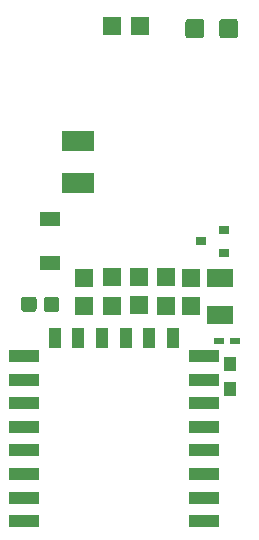
<source format=gbr>
G04 #@! TF.GenerationSoftware,KiCad,Pcbnew,(5.1.9)-1*
G04 #@! TF.CreationDate,2021-03-01T14:16:03+01:00*
G04 #@! TF.ProjectId,button timer v1.2.3_[Coin_Cell&LIPO][TPL5111],62757474-6f6e-4207-9469-6d6572207631,rev?*
G04 #@! TF.SameCoordinates,Original*
G04 #@! TF.FileFunction,Paste,Top*
G04 #@! TF.FilePolarity,Positive*
%FSLAX46Y46*%
G04 Gerber Fmt 4.6, Leading zero omitted, Abs format (unit mm)*
G04 Created by KiCad (PCBNEW (5.1.9)-1) date 2021-03-01 14:16:03*
%MOMM*%
%LPD*%
G01*
G04 APERTURE LIST*
%ADD10R,2.250000X1.650000*%
%ADD11R,2.500000X1.000000*%
%ADD12R,1.000000X1.800000*%
%ADD13R,2.794000X1.778000*%
%ADD14R,0.900000X0.620000*%
%ADD15R,0.900000X0.800000*%
%ADD16R,1.000000X1.200000*%
%ADD17R,1.700000X1.300000*%
%ADD18R,1.500000X1.500000*%
G04 APERTURE END LIST*
D10*
G04 #@! TO.C,C6*
X134726680Y-73006280D03*
X134726680Y-76106280D03*
G04 #@! TD*
D11*
G04 #@! TO.C,X1*
X118100000Y-93600000D03*
X118100000Y-91600000D03*
X118100000Y-89600000D03*
X118100000Y-87600000D03*
X118100000Y-85600000D03*
X118100000Y-83600000D03*
X118100000Y-81600000D03*
X118100000Y-79600000D03*
D12*
X120700000Y-78100000D03*
X122700000Y-78100000D03*
X124700000Y-78100000D03*
X126700000Y-78100000D03*
X128700000Y-78100000D03*
X130700000Y-78100000D03*
D11*
X133300000Y-79600000D03*
X133300000Y-81600000D03*
X133300000Y-83600000D03*
X133300000Y-85600000D03*
X133300000Y-87600000D03*
X133300000Y-89600000D03*
X133300000Y-91600000D03*
X133300000Y-93600000D03*
G04 #@! TD*
G04 #@! TO.C,D2*
G36*
G01*
X119756200Y-75634801D02*
X119756200Y-74834799D01*
G75*
G02*
X120006199Y-74584800I249999J0D01*
G01*
X120831201Y-74584800D01*
G75*
G02*
X121081200Y-74834799I0J-249999D01*
G01*
X121081200Y-75634801D01*
G75*
G02*
X120831201Y-75884800I-249999J0D01*
G01*
X120006199Y-75884800D01*
G75*
G02*
X119756200Y-75634801I0J249999D01*
G01*
G37*
G36*
G01*
X117831200Y-75634801D02*
X117831200Y-74834799D01*
G75*
G02*
X118081199Y-74584800I249999J0D01*
G01*
X118906201Y-74584800D01*
G75*
G02*
X119156200Y-74834799I0J-249999D01*
G01*
X119156200Y-75634801D01*
G75*
G02*
X118906201Y-75884800I-249999J0D01*
G01*
X118081199Y-75884800D01*
G75*
G02*
X117831200Y-75634801I0J249999D01*
G01*
G37*
G04 #@! TD*
G04 #@! TO.C,D1*
G36*
G01*
X133357400Y-51317200D02*
X133357400Y-52467200D01*
G75*
G02*
X133107400Y-52717200I-250000J0D01*
G01*
X132007400Y-52717200D01*
G75*
G02*
X131757400Y-52467200I0J250000D01*
G01*
X131757400Y-51317200D01*
G75*
G02*
X132007400Y-51067200I250000J0D01*
G01*
X133107400Y-51067200D01*
G75*
G02*
X133357400Y-51317200I0J-250000D01*
G01*
G37*
G36*
G01*
X136207400Y-51317200D02*
X136207400Y-52467200D01*
G75*
G02*
X135957400Y-52717200I-250000J0D01*
G01*
X134857400Y-52717200D01*
G75*
G02*
X134607400Y-52467200I0J250000D01*
G01*
X134607400Y-51317200D01*
G75*
G02*
X134857400Y-51067200I250000J0D01*
G01*
X135957400Y-51067200D01*
G75*
G02*
X136207400Y-51317200I0J-250000D01*
G01*
G37*
G04 #@! TD*
D13*
G04 #@! TO.C,L1*
X122670000Y-61414000D03*
X122670000Y-64970000D03*
G04 #@! TD*
D14*
G04 #@! TO.C,C7*
X135925320Y-78359000D03*
X134625320Y-78359000D03*
G04 #@! TD*
D15*
G04 #@! TO.C,Q1*
X133048500Y-69913500D03*
X135048500Y-68963500D03*
X135048500Y-70863500D03*
G04 #@! TD*
D16*
G04 #@! TO.C,R1*
X135509000Y-80264000D03*
X135509000Y-82364000D03*
G04 #@! TD*
D17*
G04 #@! TO.C,SW2*
X120269000Y-68000000D03*
X120269000Y-71700000D03*
G04 #@! TD*
D18*
G04 #@! TO.C,R9*
X130100000Y-75350000D03*
X130100000Y-72950000D03*
G04 #@! TD*
G04 #@! TO.C,R6*
X125505360Y-51699160D03*
X127905360Y-51699160D03*
G04 #@! TD*
G04 #@! TO.C,R5*
X123150000Y-75375000D03*
X123150000Y-72975000D03*
G04 #@! TD*
G04 #@! TO.C,R4*
X127850000Y-75325000D03*
X127850000Y-72925000D03*
G04 #@! TD*
G04 #@! TO.C,R3*
X132257800Y-75368000D03*
X132257800Y-72968000D03*
G04 #@! TD*
G04 #@! TO.C,R2*
X125550000Y-75350000D03*
X125550000Y-72950000D03*
G04 #@! TD*
M02*

</source>
